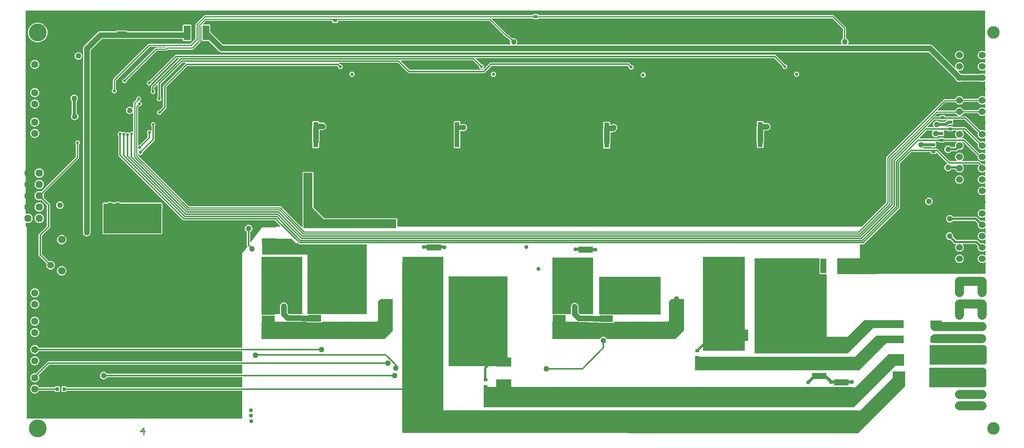
<source format=gbr>
%FSTAX23Y23*%
%MOIN*%
%SFA1B1*%

%IPPOS*%
%AMD67*
4,1,8,-0.031000,0.015500,-0.031000,-0.015500,-0.015500,-0.031000,0.015500,-0.031000,0.031000,-0.015500,0.031000,0.015500,0.015500,0.031000,-0.015500,0.031000,-0.031000,0.015500,0.0*
%
%ADD11R,0.118110X0.060000*%
%ADD13R,0.055118X0.129921*%
%ADD14R,0.129921X0.055118*%
%ADD15R,0.043307X0.102362*%
%ADD19R,0.027559X0.035433*%
%ADD24R,0.035433X0.027559*%
%ADD44R,0.102362X0.043307*%
%ADD45R,0.137795X0.078740*%
%ADD48R,0.098425X0.059055*%
%ADD53C,0.078740*%
%ADD54C,0.050000*%
%ADD55C,0.011811*%
%ADD56C,0.019685*%
%ADD58C,0.025000*%
%ADD59C,0.010000*%
%ADD61C,0.020000*%
%ADD62C,0.010000*%
%ADD63C,0.157480*%
%ADD64C,0.060000*%
%ADD65C,0.110236*%
%ADD66C,0.060000*%
G04~CAMADD=67~4~0.0~0.0~620.0~620.0~0.0~155.0~0~0.0~0.0~0.0~0.0~0~0.0~0.0~0.0~0.0~0~0.0~0.0~0.0~90.0~620.0~620.0*
%ADD67D67*%
%ADD68C,0.062992*%
%ADD69C,0.066929*%
%ADD70C,0.035433*%
%ADD71C,0.050000*%
%ADD72C,0.030000*%
%ADD73C,0.026457*%
%ADD74C,0.025000*%
%ADD75C,0.027559*%
%ADD76C,0.037401*%
%ADD77C,0.039370*%
%ADD78R,0.061024X0.129921*%
%ADD79R,0.085827X0.059842*%
%LNlv1_copper_signal_bot-1*%
%LPD*%
G36*
X09125Y0324D02*
X09122Y03239D01*
X09116Y03231*
X09113Y03222*
X09111Y03212*
X09113Y03202*
X09116Y03193*
X09122Y03185*
X0913Y03179*
X09131Y03179*
X0913Y03174*
X09015*
Y03174*
X09015Y03177*
X09013Y03179*
X0901Y03181*
X09007Y03182*
X08972*
X08969Y03181*
X08966Y03179*
X08964Y03177*
X08964Y03174*
Y03174*
X08794*
X08792Y03178*
X0886Y03245*
X08913*
X08915Y0324*
X08911Y03236*
X08908Y03228*
X08907Y03219*
X08908Y0321*
X08911Y03202*
X08917Y03196*
X08923Y0319*
X08931Y03187*
X0894Y03186*
X08949Y03187*
X08957Y0319*
X08963Y03196*
X08965Y03198*
X08968*
X08969Y03198*
X08972Y03197*
X09007*
X0901Y03198*
X09013Y032*
X09015Y03202*
X09015Y03205*
Y03233*
X09015Y03236*
X09013Y03238*
X0901Y0324*
X09009Y0324*
X0901Y03245*
X09044*
X09044Y03243*
X09046Y03241*
X09049Y03239*
X09052Y03238*
X09087*
X0909Y03239*
X09093Y03241*
X09095Y03243*
X09095Y03245*
X09123*
X09125Y0324*
G37*
G36*
X09316Y03393D02*
X09322Y03385D01*
X0933Y03379*
X0934Y03375*
X0935Y03374*
X09359Y03375*
X09369Y03379*
X09371Y03381*
X09376Y03379*
Y03245*
X09371Y03243*
X09369Y03245*
X09359Y03249*
X0935Y0325*
X0934Y03249*
X09333Y03246*
X09213Y03365*
X09209Y03368*
X09204Y0337*
X09158*
X09157Y03375*
X09159Y03375*
X09169Y03379*
X09177Y03385*
X09183Y03393*
X09185Y03399*
X09314*
X09316Y03393*
G37*
G36*
X03913Y01622D02*
X03389Y01622D01*
X0339Y0224*
X03913*
Y01622*
G37*
G36*
X06511Y01953D02*
Y01618D01*
X05967Y01618*
Y01953*
X06511*
G37*
G36*
X09036Y03341D02*
X09035Y03334D01*
X09034Y03334*
X09021Y03321*
X0902Y03321*
X09017Y03322*
X08982*
X08979Y03321*
X08978Y03321*
X08975*
X08973Y03323*
X08967Y03329*
X08959Y03332*
X0895Y03333*
X08941Y03332*
X08933Y03329*
X08927Y03323*
X08921Y03317*
X08918Y03309*
X08917Y033*
X08918Y03291*
X08921Y03283*
X08925Y03279*
X08923Y03274*
X08866*
X08865Y03278*
X08928Y03341*
X08975*
X08976Y0334*
X08979Y03338*
X08982Y03337*
X09017*
X0902Y03338*
X09023Y0334*
X09024Y03341*
X09035*
X09036Y03341*
G37*
G36*
X09116Y03393D02*
X09122Y03385D01*
X0913Y03379*
X0914Y03375*
X09142Y03375*
X09141Y0337*
X09025*
Y03373*
X09025Y03376*
X09023Y03378*
X0902Y0338*
X09017Y03381*
X08982*
X08979Y0338*
X08976Y03378*
X08974Y03376*
X08974Y03373*
Y0337*
X08935*
X08933Y03374*
X08955Y03396*
X09115*
X09116Y03393*
G37*
G36*
X04145Y01476D02*
X0407Y01401D01*
X02984*
Y01555*
X03251*
X03386Y01554*
X03386Y01553*
X03388Y0155*
X0339Y01549*
X03393Y01548*
X03511*
X03514Y01549*
X03517Y0155*
X03519Y01553*
X03519Y01555*
X04003*
X04014Y01565*
X04014Y01735*
X04035Y01755*
X04145*
Y01476*
G37*
G36*
X06716Y01478D02*
X06641Y01403D01*
X06033*
X06032Y01406*
X06027Y01413*
X0602Y01418*
X06012Y01421*
X06003Y01422*
X05995Y01421*
X05987Y01418*
X0598Y01413*
X05975Y01406*
X05974Y01403*
X05555*
Y01557*
X05772*
X05774Y01556*
X05778Y01554*
X05778Y01554*
X05778Y01554*
X05782Y01554*
X05786Y01553*
X05964Y0155*
X05965Y01549*
X05966Y01547*
X05969Y01545*
X05972Y01544*
X0609*
X06093Y01545*
X06096Y01547*
X06097Y01549*
X06098Y01552*
Y01557*
X06574*
X06585Y01567*
Y01737*
X06606Y01757*
X06716*
Y01478*
G37*
G36*
X08894Y03046D02*
X08894Y03043D01*
X08896Y03041*
X08899Y03039*
X08902Y03038*
X08937*
X0894Y03039*
X08943Y03041*
X08945Y03043*
X08945Y03046*
Y03047*
X0895Y03049*
X09043Y02956*
X09041Y02952*
X09041Y02952*
X09033Y02948*
X09026Y02943*
X09021Y02936*
X09017Y02928*
X09016Y0292*
X09017Y02911*
X09021Y02903*
X09026Y02896*
X09033Y02891*
X09041Y02887*
X0905Y02886*
X09058Y02887*
X09066Y02891*
X09073Y02896*
X09077Y02901*
X09113*
X09116Y02893*
X09122Y02885*
X0913Y02879*
X0914Y02875*
X0915Y02874*
X09159Y02875*
X09169Y02879*
X09177Y02885*
X09183Y02893*
X09186Y02902*
X09188Y02912*
X09186Y02922*
X09183Y02931*
X09177Y02939*
X09174Y0294*
X09176Y02945*
X09314*
X09322Y02938*
X09316Y02931*
X09313Y02922*
X09311Y02912*
X09313Y02902*
X09316Y02893*
X09322Y02885*
X0933Y02879*
X0934Y02875*
X0935Y02874*
X09359Y02875*
X09369Y02879*
X09371Y02881*
X09376Y02879*
Y02845*
X09371Y02843*
X09369Y02845*
X09359Y02849*
X0935Y0285*
X0934Y02849*
X0933Y02845*
X09322Y02839*
X09316Y02831*
X09313Y02822*
X09311Y02812*
X09313Y02802*
X09316Y02793*
X09322Y02785*
X0933Y02779*
X0934Y02775*
X0935Y02774*
X09359Y02775*
X09369Y02779*
X09371Y02781*
X09376Y02779*
Y02745*
X09371Y02743*
X09369Y02745*
X09359Y02749*
X0935Y0275*
X0934Y02749*
X0933Y02745*
X09322Y02739*
X09316Y02731*
X09313Y02722*
X09311Y02712*
X09313Y02702*
X09316Y02693*
X09322Y02685*
X0933Y02679*
X0934Y02675*
X0935Y02674*
X09359Y02675*
X09369Y02679*
X09371Y02681*
X09376Y02679*
Y02545*
X09371Y02543*
X09369Y02545*
X09359Y02549*
X0935Y0255*
X0934Y02549*
X0933Y02545*
X09322Y02539*
X09316Y02531*
X09313Y02522*
X09311Y02512*
X09313Y02502*
X09316Y02493*
X09322Y02485*
X0933Y02479*
X0934Y02475*
X0935Y02474*
X09359Y02475*
X09369Y02479*
X09371Y02481*
X09376Y02479*
Y02445*
X09371Y02443*
X09369Y02445*
X09359Y02449*
X0935Y0245*
X0934Y02449*
X09337Y02448*
X09308Y02477*
X09302Y02481*
X09295Y02482*
X09295Y02482*
X09093*
X09088Y02488*
X09082Y02494*
X09074Y02497*
X09065Y02498*
X09056Y02497*
X09048Y02494*
X09042Y02488*
X09036Y02482*
X09033Y02474*
X09032Y02465*
X09033Y02456*
X09036Y02448*
X09042Y02442*
X09048Y02436*
X09056Y02433*
X09065Y02432*
X09074Y02433*
X09082Y02436*
X09088Y02442*
X09092Y02446*
X09288*
X09312Y02421*
X09311Y02412*
X09313Y02402*
X09314Y02399*
X09316Y02393*
X09322Y02385*
X0933Y02379*
X0934Y02375*
X0935Y02374*
X09359Y02375*
X09369Y02379*
X09375Y02383*
X0938Y02381*
Y02343*
X09375Y0234*
X09369Y02345*
X09359Y02349*
X0935Y0235*
X0934Y02349*
X0933Y02345*
X09322Y02339*
X09316Y02331*
X09313Y02322*
X09311Y02312*
X09313Y02302*
X09316Y02293*
X09322Y02285*
X0933Y02279*
X0934Y02275*
X0935Y02274*
X09359Y02275*
X09369Y02279*
X09375Y02283*
X0938Y02281*
Y02243*
X09375Y0224*
X09369Y02245*
X09359Y02249*
X0935Y0225*
X0934Y02249*
X09337Y02248*
X09312Y02272*
X09306Y02276*
X093Y02278*
X09299*
X0917*
X09169Y02278*
Y02278*
X09122*
X09094Y02305*
X09095Y02312*
X09094Y02321*
X09091Y02329*
X09085Y02335*
X09079Y02341*
X09071Y02344*
X09062Y02345*
X09053Y02344*
X09045Y02341*
X09039Y02335*
X09033Y02329*
X0903Y02321*
X09029Y02312*
X0903Y02303*
X09033Y02295*
X09039Y02289*
X09045Y02283*
X09053Y0228*
X09062Y02279*
X09069Y0228*
X09102Y02247*
X09107Y02243*
X09114Y02241*
X09118*
X09121Y02236*
X09116Y02231*
X09113Y02222*
X09111Y02212*
X09113Y02202*
X09116Y02193*
X09122Y02185*
X0913Y02179*
X0914Y02175*
X0915Y02174*
X09159Y02175*
X09169Y02179*
X09177Y02185*
X09183Y02193*
X09186Y02202*
X09188Y02212*
X09186Y02222*
X09183Y02231*
X09178Y02236*
X09181Y02241*
X09292*
X09312Y02221*
X09311Y02212*
X09313Y02202*
X09316Y02193*
X09322Y02185*
X0933Y02179*
X0934Y02175*
X0935Y02174*
X09359Y02175*
X09369Y02179*
X09375Y02183*
X0938Y02181*
Y02143*
X09375Y0214*
X09369Y02145*
X09359Y02149*
X0935Y0215*
X0934Y02149*
X0933Y02145*
X09322Y02139*
X09316Y02131*
X09313Y02122*
X09311Y02112*
X09313Y02102*
X09316Y02093*
X09322Y02085*
X0933Y02079*
X0934Y02075*
X0935Y02074*
X09359Y02075*
X09369Y02079*
X09375Y02083*
X0938Y02081*
Y0198*
X08419*
Y01977*
X0807*
Y02117*
X0827*
Y0224*
X08301*
X08306Y02241*
X08311Y02244*
X08466Y02399*
X08621Y02554*
X08624Y02559*
X08625Y02564*
Y02956*
X08725Y03055*
X08894*
Y03046*
G37*
G36*
X09314Y03125D02*
X09313Y03122D01*
X09311Y03112*
X09313Y03102*
X09316Y03093*
X09322Y03085*
X0933Y03079*
X0934Y03075*
X0935Y03074*
X09359Y03075*
X09369Y03079*
X09371Y03081*
X09376Y03079*
Y03045*
X09371Y03043*
X09369Y03045*
X09359Y03049*
X0935Y0305*
X0934Y03049*
X0933Y03045*
X09327Y03042*
X09199Y03169*
X09195Y03172*
X09189Y03174*
X09169*
X09168Y03179*
X09169Y03179*
X09177Y03185*
X09183Y03193*
X09186Y03202*
X09188Y03212*
X09186Y03222*
X09183Y03231*
X09177Y03239*
X09174Y0324*
X09176Y03245*
X09194*
X09314Y03125*
G37*
G36*
X03435Y02562D02*
X03445Y02552D01*
X03515Y02482*
X03535Y02462*
X04175*
Y02382*
X03355*
Y02872*
X03435*
Y02562*
G37*
G36*
X0329Y0225D02*
X03304D01*
X0331Y02244*
X03314Y02241*
X0332Y0224*
X0339*
Y0215*
X0299*
Y0229*
X0325*
X0329Y0225*
G37*
G36*
X09312Y03017D02*
X09311Y03012D01*
X09313Y03002*
X09316Y02993*
X09322Y02985*
X0933Y02979*
X0934Y02975*
X0935Y02974*
X09359Y02975*
X09369Y02979*
X09371Y02981*
X09376Y02979*
Y02945*
X09371Y02943*
X09369Y02945*
X09359Y02949*
X0935Y0295*
X09349Y0295*
X09329Y02969*
X09325Y02972*
X0932Y02974*
X09169*
X09168Y02979*
X09169Y02979*
X09177Y02985*
X09183Y02993*
X09186Y03002*
X09188Y03012*
X09186Y03022*
X09183Y03031*
X09177Y03039*
X09169Y03045*
X09159Y03049*
X0915Y0305*
X0914Y03049*
X0913Y03045*
X09122Y03039*
X09116Y03031*
X09113Y03022*
X09111Y03012*
X09113Y03002*
X09116Y02993*
X09122Y02985*
X0913Y02979*
X09131Y02979*
X0913Y02974*
X09065*
X08959Y03079*
X08955Y03082*
X0895Y03084*
X08823*
X08822Y03089*
X08827Y0309*
X08833Y03096*
X08835Y03098*
X08898*
X08899Y03098*
X08902Y03097*
X08937*
X0894Y03098*
X08943Y031*
X08945Y03102*
X08945Y03105*
Y03133*
X08945Y03136*
X08943Y03138*
X0894Y0314*
X08939Y0314*
X0894Y03145*
X08964*
X08964Y03143*
X08966Y03141*
X08969Y03139*
X08972Y03138*
X09007*
X0901Y03139*
X09013Y03141*
X09015Y03143*
X09015Y03145*
X09123*
X09125Y0314*
X09122Y03139*
X09116Y03131*
X09113Y03122*
X09111Y03112*
X09113Y03102*
X09112Y03101*
X09109Y03098*
X09077*
X09073Y03103*
X09066Y03108*
X09058Y03112*
X0905Y03113*
X09041Y03112*
X09033Y03108*
X09026Y03103*
X09021Y03096*
X09017Y03088*
X09016Y0308*
X09017Y03071*
X09021Y03063*
X09026Y03056*
X09033Y03051*
X09041Y03047*
X0905Y03046*
X09058Y03047*
X09066Y03051*
X09073Y03056*
X09077Y03061*
X09119*
X09126Y03063*
X09132Y03067*
X0914Y03075*
X0915Y03074*
X09159Y03075*
X09169Y03079*
X09177Y03085*
X09183Y03093*
X09186Y03102*
X09188Y03112*
X09186Y03122*
X09183Y03131*
X09177Y03139*
X09174Y0314*
X09176Y03145*
X09184*
X09312Y03017*
G37*
G36*
X09314Y03225D02*
X09313Y03222D01*
X09311Y03212*
X09313Y03202*
X09316Y03193*
X09322Y03185*
X0933Y03179*
X0934Y03175*
X0935Y03174*
X09359Y03175*
X09369Y03179*
X09371Y03181*
X09376Y03179*
Y03145*
X09371Y03143*
X09369Y03145*
X09359Y03149*
X0935Y0315*
X0934Y03149*
X09333Y03146*
X09209Y03269*
X09205Y03272*
X09199Y03274*
X09095*
Y03274*
X09095Y03277*
X09093Y03279*
X0909Y03281*
X09087Y03282*
X09052*
X09049Y03281*
X09046Y03279*
X09044Y03277*
X09044Y03274*
Y03274*
X09026*
X09024Y03279*
X09024Y03279*
X0903*
X09037Y0328*
X09044Y03285*
X09057Y03297*
X09087*
X0909Y03298*
X09093Y033*
X09095Y03302*
X09095Y03305*
Y03333*
X09095Y03336*
X09094Y03336*
X09097Y03341*
X09198*
X09314Y03225*
G37*
G36*
X05915Y01622D02*
X05798D01*
X05785Y01635*
Y01688*
X05783Y01697*
X0578Y01705*
X05775Y01712*
X05768Y01717*
X0576Y01721*
X05751Y01722*
X05743Y01721*
X05735Y01717*
X05728Y01712*
X05723Y01705*
X05719Y01697*
X05718Y01688*
Y01622*
X05555*
Y02122*
X05915*
Y01622*
G37*
G36*
X03345D02*
X03227D01*
X03214Y01635*
Y01692*
X03213Y01701*
X03209Y01709*
X03204Y01716*
X03197Y01721*
X03189Y01724*
X03181Y01726*
X03172Y01724*
X03164Y01721*
X03157Y01716*
X03152Y01709*
X03149Y01701*
X03147Y01692*
Y01622*
X02985*
Y0213*
X03345*
X03345Y01622*
G37*
G36*
X09369Y0115D02*
X09388Y01131D01*
Y00991*
X09373Y00975*
X08887Y00975*
X08883Y00978*
Y0115*
X09369*
G37*
G36*
X0866Y01266D02*
Y01165D01*
X08582*
X08216Y00799*
X08157*
Y008*
X04946Y008*
Y00978*
X08201*
Y00977*
X08233*
X08525Y0127*
X08656*
X0866Y01266*
G37*
G36*
X05157Y01956D02*
X05157Y01163D01*
X04638*
X04638Y01956*
X05157*
G37*
G36*
X09376Y03945D02*
X09371Y03943D01*
X09369Y03945*
X09359Y03949*
X0935Y0395*
X0934Y03949*
X0933Y03945*
X09322Y03939*
X09316Y03931*
X09313Y03922*
X09311Y03912*
X09313Y03902*
X09316Y03893*
X09322Y03885*
X0933Y03879*
X0934Y03875*
X0935Y03874*
X09359Y03875*
X09369Y03879*
X09371Y03881*
X09376Y03879*
Y03845*
X09371Y03843*
X09369Y03845*
X09359Y03849*
X0935Y0385*
X0934Y03849*
X0933Y03845*
X09322Y03839*
X09316Y03831*
X09313Y03822*
X09311Y03812*
X09313Y03802*
X09316Y03793*
X09322Y03785*
X0933Y03779*
X0934Y03775*
X0935Y03774*
X09359Y03775*
X09369Y03779*
X09371Y03781*
X09376Y03779*
Y03745*
X09371Y03743*
X09369Y03745*
X09359Y03749*
X0935Y0375*
X0934Y03749*
X09331Y03745*
X09168*
X0916Y03749*
X09138Y0377*
X09139Y03773*
X0914Y03775*
X0915Y03774*
X09159Y03775*
X09169Y03779*
X09177Y03785*
X09183Y03793*
X09186Y03802*
X09188Y03812*
X09186Y03822*
X09183Y03831*
X09177Y03839*
X09169Y03845*
X09159Y03849*
X0915Y0385*
X0914Y03849*
X0913Y03845*
X09122Y03839*
X09116Y03831*
X09113Y03822*
X09111Y03812*
X09112Y03803*
X09111Y03801*
X09108Y038*
X08914Y03994*
X08907Y03999*
X08899Y04003*
X08891Y04004*
X08165*
X08163Y04009*
X08165Y04012*
X08169Y0402*
X0817Y04029*
X08169Y04037*
X08165Y04045*
X0816Y04052*
X08153Y04057*
X08148Y04059*
Y04151*
X08147Y04156*
X08144Y0416*
X08044Y0426*
X0804Y04263*
X08035Y04264*
X05431*
Y04266*
X05431Y04269*
X05429Y04271*
X05426Y04273*
X05423Y04274*
X05388*
X05385Y04273*
X05382Y04271*
X0538Y04269*
X0538Y04266*
Y04264*
X02484*
X02479Y04263*
X02475Y0426*
X02403Y04188*
X024Y04184*
X02399Y04179*
Y04056*
X02355Y04012*
X01991*
X01986Y04011*
X01981Y04008*
X01675Y03702*
X01672Y03697*
X01671Y03692*
Y03614*
X01667Y03611*
X01662Y03604*
X0166Y03595*
X01662Y03587*
X01667Y0358*
X01674Y03575*
X01682Y03573*
X01691Y03575*
X01698Y0358*
X01703Y03587*
X01704Y03595*
X01703Y03604*
X01698Y03611*
X01698Y03611*
Y03687*
X01996Y03985*
X02136*
X02138Y03981*
X02136Y03978*
X02055*
X0205Y03977*
X02045Y03974*
X01776Y03704*
X01773Y03705*
X01765Y03703*
X01759Y03699*
X01754Y03692*
X01753Y03684*
X01754Y03676*
X01759Y03669*
X01765Y03665*
X01773Y03663*
X01781Y03665*
X01788Y03669*
X01792Y03676*
X01794Y03684*
X01794Y03685*
X0206Y03951*
X02142*
X02147Y03952*
X02152Y03955*
X02157Y0396*
X02374*
X02379Y03961*
X02383Y03964*
X0244Y04021*
X02443Y04025*
X02444Y04031*
Y04166*
X02449Y04171*
X02454Y04169*
Y04045*
X02454Y04041*
X02456Y04039*
X02459Y04037*
X02462Y04037*
X02518*
X02608Y03947*
X02615Y03942*
X02623Y03938*
X02631Y03937*
X08877*
X09113Y03702*
X09116Y03693*
X09122Y03685*
X0913Y03679*
X0914Y03675*
X0915Y03674*
X09159Y03675*
X09168Y03679*
X09331*
X0934Y03675*
X0935Y03674*
X09359Y03675*
X09369Y03679*
X09371Y03681*
X09376Y03679*
Y03545*
X09371Y03543*
X09369Y03545*
X09359Y03549*
X0935Y0355*
X0934Y03549*
X0933Y03545*
X09322Y03539*
X09316Y03531*
X09314Y03525*
X09185*
X09183Y03531*
X09177Y03539*
X09169Y03545*
X09159Y03549*
X0915Y0355*
X0914Y03549*
X0913Y03545*
X09122Y03539*
X09116Y03531*
X09113Y03523*
X0902*
X09015Y03522*
X0901Y03519*
X08506Y03015*
X08504Y0301*
X08503Y03005*
Y02609*
X08288Y02395*
X04183*
Y02462*
X04182Y02465*
X04181Y02468*
X04178Y02469*
X04175Y0247*
X03538*
X03521Y02488*
X03521Y02488*
X03451Y02558*
X03451Y02558*
X03443Y02565*
Y02872*
X03442Y02875*
X03441Y02878*
X03438Y02879*
X03435Y0288*
X03355*
X03352Y02879*
X03349Y02878*
X03348Y02875*
X03347Y02872*
Y02395*
X03333*
X03236Y02491*
X03236Y02492*
X03233Y02496*
X03159Y02571*
X03154Y02574*
X03149Y02575*
X02342*
X01894Y03023*
Y03034*
X01899Y03035*
X01905Y03031*
X01914Y03029*
X01922Y03031*
X01929Y03036*
X01934Y03043*
X01936Y03051*
X01936Y03053*
X02036Y03154*
X02039Y03158*
X0204Y03164*
Y03283*
X02041Y03284*
X02046Y03291*
X02047Y03299*
X02046Y03307*
X02041Y03313*
X02034Y03318*
X02026Y03319*
X02018Y03318*
X02012Y03313*
X02007Y03307*
X02006Y03299*
X02007Y03291*
X02012Y03284*
X02012Y03284*
Y03244*
X02007Y03243*
X02007Y03243*
X02Y03248*
X01992Y03249*
X01984Y03248*
X01977Y03243*
X01973Y03237*
X01971Y03229*
X01973Y03221*
X01977Y03214*
X01978Y03213*
Y03187*
X01909Y03117*
X01907Y03118*
X01899Y03116*
X01897Y03116*
X01894Y03118*
Y03451*
X01903Y03461*
X01906Y0346*
X01914Y03462*
X01921Y03466*
X01926Y03473*
X01927Y03481*
X01926Y03489*
X01921Y03496*
X01914Y035*
X01908Y03501*
X01908Y03503*
X01908Y03506*
X01914Y0351*
X01918Y03517*
X0192Y03525*
X01918Y03533*
X01914Y0354*
X01907Y03544*
X01899Y03546*
X01891Y03544*
X01884Y0354*
X0188Y03533*
X01878Y03525*
X01879Y03522*
X01853Y03496*
X0185Y03492*
X01849Y03487*
Y03446*
X01844Y03445*
X01843Y03446*
X01836Y03451*
X01828Y03455*
X0182Y03456*
X01811Y03455*
X01803Y03451*
X01796Y03446*
X01791Y03439*
X01788Y03431*
X01786Y03423*
X01788Y03414*
X01791Y03406*
X01796Y03399*
X01803Y03394*
X01811Y03391*
X0182Y0339*
X01828Y03391*
X01836Y03394*
X01843Y03399*
X01844Y03401*
X01849Y03399*
Y03237*
X01846Y03235*
X01844Y03235*
X01837Y03236*
X01829Y03235*
X01822Y0323*
X01819Y03226*
X01816Y03224*
X01813Y03225*
X01809Y03228*
X01801Y03229*
X01793Y03228*
X0179Y03226*
X01783Y03227*
X01783Y03227*
X01776Y03232*
X01768Y03233*
X0176Y03232*
X01755Y03228*
X01749Y03229*
X01749Y03229*
X01742Y03234*
X01734Y03235*
X01726Y03234*
X01719Y03229*
X01715Y03222*
X01713Y03214*
X01715Y03207*
X01719Y032*
X01721Y03199*
Y03028*
X01722Y03022*
X01725Y03018*
X02287Y02455*
X02292Y02452*
X02297Y02451*
X03105*
X03115Y02441*
X03115Y0244*
X03118Y02435*
X03154Y02399*
X03152Y02395*
X02992*
X02888Y02257*
X02884Y02258*
Y0235*
X02886Y02351*
X02893Y02356*
X02898Y02363*
X02902Y02371*
X02903Y0238*
X02902Y02388*
X02899Y02394*
X02899Y02395*
X02899*
X02898Y02396*
X02893Y02403*
X02886Y02408*
X02878Y02412*
X0287Y02413*
X02861Y02412*
X02853Y02408*
X02846Y02403*
X02841Y02396*
X0284Y02395*
X0284*
X0284Y02394*
X02837Y02388*
X02836Y0238*
X02837Y02371*
X02841Y02363*
X02846Y02356*
X02853Y02351*
X02855Y0235*
Y0223*
X02857Y02224*
X0286Y0222*
X0286Y02219*
X02815Y02159*
Y01324*
X01018*
X01015Y01329*
X01009Y01338*
X01001Y01344*
X00991Y01348*
X00981Y01349*
X0097Y01348*
X00961Y01344*
X00953Y01338*
X00946Y01329*
X00942Y0132*
X00941Y0131*
X00942Y01299*
X00946Y0129*
X00953Y01281*
X00961Y01275*
X0097Y01271*
X00981Y0127*
X00991Y01271*
X01001Y01275*
X01009Y01281*
X01015Y0129*
X01018Y01295*
X02815*
Y01204*
X01101*
X01095Y01202*
X01091Y01199*
X00989Y01098*
X00981Y01099*
X0097Y01098*
X00961Y01094*
X00953Y01088*
X00946Y01079*
X00942Y0107*
X00941Y0106*
X00942Y01049*
X00946Y0104*
X00953Y01031*
X00961Y01025*
X0097Y01021*
X00981Y0102*
X00991Y01021*
X01001Y01025*
X01009Y01031*
X01015Y0104*
X01019Y01049*
X0102Y0106*
X01019Y0107*
X01015Y01079*
X01013Y01082*
X01107Y01175*
X02815*
Y01094*
X01619*
X01618Y01096*
X01613Y01103*
X01606Y01108*
X01598Y01112*
X0159Y01113*
X01581Y01112*
X01573Y01108*
X01566Y01103*
X01561Y01096*
X01557Y01088*
X01556Y0108*
X01557Y01071*
X01561Y01063*
X01566Y01056*
X01573Y01051*
X01581Y01047*
X0159Y01046*
X01598Y01047*
X01606Y01051*
X01613Y01056*
X01618Y01063*
X01619Y01065*
X02815*
X02815Y00974*
X01261*
Y00977*
X0126Y0098*
X01258Y00983*
X01256Y00985*
X01253Y00985*
X01225*
X01222Y00985*
X0122Y00983*
X01218Y0098*
X01217Y00977*
Y00942*
X01218Y00939*
X0122Y00936*
X01222Y00934*
X01225Y00934*
X01253*
X01256Y00934*
X01258Y00936*
X0126Y00939*
X01261Y00942*
Y00945*
X02815*
Y007*
X00909*
X0091Y02395*
X0091Y02395*
X009*
Y02426*
X00904Y0243*
X00905Y0243*
X00935*
X00938Y02431*
X00941Y02433*
X00956Y02448*
X00958Y02451*
X00959Y02454*
Y02485*
X00958Y02488*
X00956Y02491*
X00941Y02506*
X00938Y02508*
X00935Y02509*
X00904*
X009Y02513*
X00899Y04305*
X09376*
Y03945*
G37*
G36*
X08121Y04145D02*
Y04058D01*
X0812Y04057*
X08113Y04052*
X08108Y04045*
X08104Y04037*
X08103Y04029*
X08104Y0402*
X08108Y04012*
X0811Y04009*
X08108Y04004*
X0524*
X05238Y04009*
X0524Y04012*
X05244Y0402*
X05245Y04029*
X05244Y04037*
X0524Y04045*
X05235Y04052*
X05228Y04057*
X0522Y04061*
X05212Y04062*
X05203Y04061*
X05199Y04059*
X05172Y04087*
X05168Y0409*
X05163Y04091*
X05158*
X05016Y04233*
X05018Y04237*
X0538*
X0538Y04235*
X05382Y04232*
X05385Y04231*
X05388Y0423*
X05423*
X05426Y04231*
X05429Y04232*
X05431Y04235*
X05431Y04237*
X08029*
X08121Y04145*
G37*
G36*
X05143Y04068D02*
X05147Y04065D01*
X05153Y04064*
X05157*
X05181Y04041*
X05179Y04037*
X05178Y04029*
X05179Y0402*
X05183Y04012*
X05185Y04009*
X05183Y04004*
X02645*
X02531Y04118*
Y04174*
X0253Y04178*
X02528Y0418*
X02526Y04182*
X02523Y04182*
X02467*
X02465Y04187*
X02494Y04216*
X03608*
Y04204*
X03608Y04201*
X0361Y04199*
X03613Y04197*
X03616Y04196*
X03651*
X03654Y04197*
X03657Y04199*
X03659Y04201*
X03659Y04204*
Y04216*
X04995*
X05143Y04068*
G37*
G36*
X04591Y0134D02*
X04589D01*
Y00771*
X08255*
X08258Y00769*
X08271*
X08563Y01061*
X08562Y01062*
Y01116*
X0867*
Y00985*
X08259Y00574*
Y00574*
X08255Y0057*
X04228Y00573*
Y00582*
X04227Y00582*
Y02079*
X04231*
Y0213*
X04591*
X04591Y0134*
G37*
G36*
X08657Y01366D02*
X08505D01*
X08381Y01243*
X08381Y01242*
X08266Y01126*
X06812*
Y01246*
X08228*
X08413Y01431*
X08657*
Y01366*
G37*
G36*
X07911Y02116D02*
X07912Y02115D01*
Y01985*
X07913Y01982*
X07914Y01979*
X07917Y01978*
X0792Y01977*
X07971*
X07976Y01972*
X07976Y01421*
X08159*
X08307Y0157*
X08657*
Y01498*
X08387*
X08285Y01396*
X08167Y01277*
X07669*
Y01277*
X0734*
Y02116*
X07911*
G37*
G36*
X09316Y03493D02*
X09322Y03485D01*
X0933Y03479*
X0934Y03475*
X0935Y03474*
X09359Y03475*
X09369Y03479*
X09371Y03481*
X09376Y03479*
Y03445*
X09371Y03443*
X09369Y03445*
X09359Y03449*
X0935Y0345*
X0934Y03449*
X0933Y03445*
X09322Y03439*
X09316Y03431*
X09314Y03425*
X09185*
X09183Y03431*
X09177Y03439*
X09169Y03445*
X09159Y03449*
X0915Y0345*
X0914Y03449*
X0913Y03445*
X09122Y03439*
X09116Y03431*
X09113Y03423*
X08958*
X08956Y03427*
X09025Y03496*
X09115*
X09116Y03493*
X09122Y03485*
X0913Y03479*
X0914Y03475*
X0915Y03474*
X09159Y03475*
X09169Y03479*
X09177Y03485*
X09183Y03493*
X09185Y03499*
X09314*
X09316Y03493*
G37*
G36*
X09391Y0133D02*
Y0119D01*
X09375Y01175*
X08892Y01174*
X08888Y01178*
Y01349*
X09372*
X09391Y0133*
G37*
G36*
X07252Y02128D02*
Y013D01*
X06882*
X06882Y02128*
X07252Y02128*
G37*
%LNlv1_copper_signal_bot-2*%
%LPC*%
G36*
X0915Y0215D02*
X0914Y02149D01*
X0913Y02145*
X09122Y02139*
X09116Y02131*
X09113Y02122*
X09111Y02112*
X09113Y02102*
X09116Y02093*
X09122Y02085*
X0913Y02079*
X0914Y02075*
X0915Y02074*
X09159Y02075*
X09169Y02079*
X09177Y02085*
X09183Y02093*
X09186Y02102*
X09188Y02112*
X09186Y02122*
X09183Y02131*
X09177Y02139*
X09169Y02145*
X09159Y02149*
X0915Y0215*
G37*
G36*
Y0285D02*
X0914Y02849D01*
X0913Y02845*
X09122Y02839*
X09116Y02831*
X09113Y02822*
X09111Y02812*
X09113Y02802*
X09116Y02793*
X09122Y02785*
X0913Y02779*
X0914Y02775*
X0915Y02774*
X09159Y02775*
X09169Y02779*
X09177Y02785*
X09183Y02793*
X09186Y02802*
X09188Y02812*
X09186Y02822*
X09183Y02831*
X09177Y02839*
X09169Y02845*
X09159Y02849*
X0915Y0285*
G37*
G36*
X0888Y02653D02*
X08871Y02652D01*
X08863Y02648*
X08856Y02643*
X08851Y02636*
X08847Y02628*
X08846Y0262*
X08847Y02611*
X08851Y02603*
X08856Y02596*
X08863Y02591*
X08871Y02587*
X0888Y02586*
X08888Y02587*
X08896Y02591*
X08903Y02596*
X08908Y02603*
X08912Y02611*
X08913Y0262*
X08912Y02628*
X08908Y02636*
X08903Y02643*
X08896Y02648*
X08888Y02652*
X0888Y02653*
G37*
G36*
X00981Y01249D02*
X0097Y01248D01*
X00961Y01244*
X00953Y01238*
X00946Y01229*
X00942Y0122*
X00941Y0121*
X00942Y01199*
X00946Y0119*
X00953Y01181*
X00961Y01175*
X0097Y01171*
X00981Y0117*
X00991Y01171*
X01001Y01175*
X01009Y01181*
X01015Y0119*
X01019Y01199*
X0102Y0121*
X01019Y0122*
X01015Y01229*
X01009Y01238*
X01001Y01244*
X00991Y01248*
X00981Y01249*
G37*
G36*
X01646Y02618D02*
X01637Y02617D01*
X01629Y02613*
X01622Y02608*
X01622Y02608*
X0159*
X01586Y02607*
X01584Y02605*
X01581Y02602*
X01579Y026*
X01579Y02597*
Y024*
Y02337*
X01579Y02334*
X01581Y02331*
X01584Y02329*
X01587Y02329*
X01685*
X021*
X02103Y02329*
X02105Y02331*
X02107Y02334*
X02108Y02337*
Y024*
Y02546*
X02108Y02547*
X02111Y02555*
X02113Y02563*
X02111Y02572*
X02108Y0258*
X02108Y02581*
Y026*
X02107Y02603*
X02105Y02605*
X02103Y02607*
X021Y02608*
X01738*
X01738Y02608*
X01731Y02613*
X01723Y02616*
X01714Y02617*
X01705Y02616*
X01697Y02613*
X01691Y02608*
X01691Y02608*
X01669*
X01669Y02608*
X01662Y02613*
X01654Y02617*
X01646Y02618*
G37*
G36*
X00981Y01599D02*
X0097Y01598D01*
X00961Y01594*
X00953Y01588*
X00946Y01579*
X00942Y0157*
X00941Y0156*
X00942Y01549*
X00946Y0154*
X00953Y01531*
X00961Y01525*
X0097Y01521*
X00981Y0152*
X00991Y01521*
X01001Y01525*
X01009Y01531*
X01015Y0154*
X01019Y01549*
X0102Y0156*
X01019Y0157*
X01015Y01579*
X01009Y01588*
X01001Y01594*
X00991Y01598*
X00981Y01599*
G37*
G36*
X01219Y02322D02*
X01208Y02321D01*
X01198Y02317*
X01189Y0231*
X01182Y02301*
X01178Y02291*
X01177Y02281*
X01178Y0227*
X01182Y0226*
X01189Y02251*
X01198Y02245*
X01208Y0224*
X01219Y02239*
X01229Y0224*
X01239Y02245*
X01248Y02251*
X01255Y0226*
X01259Y0227*
X0126Y02281*
X01259Y02291*
X01255Y02301*
X01248Y0231*
X01239Y02317*
X01229Y02321*
X01219Y02322*
G37*
G36*
X00981Y01749D02*
X0097Y01748D01*
X00961Y01744*
X00953Y01738*
X00946Y01729*
X00942Y0172*
X00941Y0171*
X00942Y01699*
X00946Y0169*
X00953Y01681*
X00961Y01675*
X0097Y01671*
X00981Y0167*
X00991Y01671*
X01001Y01675*
X01009Y01681*
X01015Y0169*
X01019Y01699*
X0102Y0171*
X01019Y0172*
X01015Y01729*
X01009Y01738*
X01001Y01744*
X00991Y01748*
X00981Y01749*
G37*
G36*
Y01499D02*
X0097Y01498D01*
X00961Y01494*
X00953Y01488*
X00946Y01479*
X00942Y0147*
X00941Y0146*
X00942Y01449*
X00946Y0144*
X00953Y01431*
X00961Y01425*
X0097Y01421*
X00981Y0142*
X00991Y01421*
X01001Y01425*
X01009Y01431*
X01015Y0144*
X01019Y01449*
X0102Y0146*
X01019Y0147*
X01015Y01479*
X01009Y01488*
X01001Y01494*
X00991Y01498*
X00981Y01499*
G37*
G36*
Y00999D02*
X0097Y00998D01*
X00961Y00994*
X00953Y00988*
X00946Y00979*
X00942Y0097*
X00941Y0096*
X00942Y00949*
X00946Y0094*
X00953Y00931*
X00961Y00925*
X0097Y00921*
X00981Y0092*
X00991Y00921*
X01001Y00925*
X01009Y00931*
X01015Y0094*
X01018Y00945*
X01158*
Y00942*
X01159Y00939*
X01161Y00936*
X01163Y00934*
X01166Y00934*
X01194*
X01197Y00934*
X01199Y00936*
X01201Y00939*
X01202Y00942*
Y00977*
X01201Y0098*
X01199Y00983*
X01197Y00985*
X01194Y00985*
X01166*
X01163Y00985*
X01161Y00983*
X01159Y0098*
X01158Y00977*
Y00974*
X01018*
X01015Y00979*
X01009Y00988*
X01001Y00994*
X00991Y00998*
X00981Y00999*
G37*
G36*
X01219Y02046D02*
X01208Y02045D01*
X01198Y02041*
X01189Y02034*
X01182Y02026*
X01178Y02015*
X01177Y02005*
X01178Y01994*
X01182Y01984*
X01189Y01975*
X01198Y01969*
X01208Y01964*
X01219Y01963*
X01229Y01964*
X01239Y01969*
X01248Y01975*
X01255Y01984*
X01259Y01994*
X0126Y02005*
X01259Y02015*
X01255Y02026*
X01248Y02034*
X01239Y02041*
X01229Y02045*
X01219Y02046*
G37*
G36*
X00981Y01849D02*
X0097Y01848D01*
X00961Y01844*
X00953Y01838*
X00946Y01829*
X00942Y0182*
X00941Y0181*
X00942Y01799*
X00946Y0179*
X00953Y01781*
X00961Y01775*
X0097Y01771*
X00981Y0177*
X00991Y01771*
X01001Y01775*
X01009Y01781*
X01015Y0179*
X01019Y01799*
X0102Y0181*
X01019Y0182*
X01015Y01829*
X01009Y01838*
X01001Y01844*
X00991Y01848*
X00981Y01849*
G37*
G36*
X01035Y02509D02*
X01004D01*
X01001Y02508*
X00998Y02506*
X00983Y02491*
X00981Y02488*
X0098Y02485*
Y02454*
X00981Y02451*
X00983Y02448*
X00998Y02433*
X01001Y02431*
X01004Y0243*
X01035*
X01038Y02431*
X01041Y02433*
X01056Y02448*
X01058Y02451*
X01059Y02454*
Y02485*
X01058Y02488*
X01056Y02491*
X01041Y02506*
X01038Y02508*
X01035Y02509*
G37*
G36*
X06355Y0376D02*
X06346Y03758D01*
X06339Y03753*
X06334Y03746*
X06332Y03737*
X06334Y03728*
X06339Y0372*
X06346Y03715*
X06355Y03713*
X06364Y03715*
X06372Y0372*
X06377Y03728*
X06378Y03737*
X06377Y03746*
X06372Y03753*
X06364Y03758*
X06355Y0376*
G37*
G36*
X05032Y03765D02*
X05023Y03763D01*
X05016Y03758*
X05011Y03751*
X05009Y03742*
X05011Y03733*
X05016Y03725*
X05023Y0372*
X05032Y03718*
X05041Y0372*
X05049Y03725*
X05054Y03733*
X05056Y03742*
X05054Y03751*
X05049Y03758*
X05041Y03763*
X05032Y03765*
G37*
G36*
X03784Y03766D02*
X03775Y03764D01*
X03767Y03759*
X03762Y03751*
X0376Y03743*
X03762Y03734*
X03767Y03726*
X03775Y03721*
X03784Y03719*
X03792Y03721*
X038Y03726*
X03805Y03734*
X03807Y03743*
X03805Y03751*
X038Y03759*
X03792Y03764*
X03784Y03766*
G37*
G36*
X01329Y03563D02*
X0132Y03562D01*
X01312Y03559*
X01306Y03553*
X013Y03547*
X01297Y03539*
X01296Y0353*
X01297Y03521*
X013Y03513*
X01306Y03507*
X01308Y03505*
Y0339*
X01305Y03387*
X01302Y03379*
X01301Y0337*
X01302Y03361*
X01305Y03353*
X01311Y03347*
X01317Y03341*
X01325Y03338*
X01334Y03337*
X01343Y03338*
X01351Y03341*
X01357Y03347*
X01363Y03353*
X01366Y03361*
X01367Y0337*
X01366Y03379*
X01363Y03387*
X01357Y03393*
X01351Y03399*
X0135Y03399*
Y03505*
X01352Y03507*
X01358Y03513*
X01361Y03521*
X01362Y0353*
X01361Y03539*
X01358Y03547*
X01352Y03553*
X01346Y03559*
X01338Y03562*
X01329Y03563*
G37*
G36*
X00981Y03519D02*
X0097Y03518D01*
X00961Y03514*
X00953Y03508*
X00946Y03499*
X00942Y0349*
X00941Y0348*
X00942Y03469*
X00946Y0346*
X00953Y03451*
X00961Y03445*
X0097Y03441*
X00981Y0344*
X00991Y03441*
X01001Y03445*
X01009Y03451*
X01015Y0346*
X01019Y03469*
X0102Y0348*
X01019Y0349*
X01015Y03499*
X01009Y03508*
X01001Y03514*
X00991Y03518*
X00981Y03519*
G37*
G36*
Y03619D02*
X0097Y03618D01*
X00961Y03614*
X00953Y03608*
X00946Y03599*
X00942Y0359*
X00941Y0358*
X00942Y03569*
X00946Y0356*
X00953Y03551*
X00961Y03545*
X0097Y03541*
X00981Y0354*
X00991Y03541*
X01001Y03545*
X01009Y03551*
X01015Y0356*
X01019Y03569*
X0102Y0358*
X01019Y0359*
X01015Y03599*
X01009Y03608*
X01001Y03614*
X00991Y03618*
X00981Y03619*
G37*
G36*
X07711Y03767D02*
X07702Y03765D01*
X07695Y0376*
X0769Y03752*
X07688Y03743*
X0769Y03734*
X07695Y03727*
X07702Y03722*
X07711Y0372*
X0772Y03722*
X07728Y03727*
X07733Y03734*
X07734Y03743*
X07733Y03752*
X07728Y0376*
X0772Y03765*
X07711Y03767*
G37*
G36*
X0915Y0395D02*
X0914Y03949D01*
X0913Y03945*
X09122Y03939*
X09116Y03931*
X09113Y03922*
X09111Y03912*
X09113Y03902*
X09116Y03893*
X09122Y03885*
X0913Y03879*
X0914Y03875*
X0915Y03874*
X09159Y03875*
X09169Y03879*
X09177Y03885*
X09183Y03893*
X09186Y03902*
X09188Y03912*
X09186Y03922*
X09183Y03931*
X09177Y03939*
X09169Y03945*
X09159Y03949*
X0915Y0395*
G37*
G36*
X01006Y04199D02*
X00989Y04197D01*
X00973Y04192*
X00958Y04184*
X00945Y04173*
X00934Y0416*
X00926Y04145*
X00921Y04128*
X00919Y04111*
X00921Y04094*
X00926Y04078*
X00934Y04063*
X00945Y0405*
X00958Y04039*
X00973Y04031*
X00989Y04026*
X01006Y04024*
X01023Y04026*
X01039Y04031*
X01055Y04039*
X01068Y0405*
X01079Y04063*
X01087Y04078*
X01092Y04094*
X01093Y04111*
X01092Y04128*
X01087Y04145*
X01079Y0416*
X01068Y04173*
X01055Y04184*
X01039Y04192*
X01023Y04197*
X01006Y04199*
G37*
G36*
X02357Y04182D02*
X02296D01*
X02293Y04182*
X02291Y0418*
X02289Y04178*
X02288Y04174*
Y04123*
X018*
X018Y04125*
X01798Y04128*
X01795Y04129*
X01792Y0413*
X01707*
X01704Y04129*
X01701Y04128*
X01699Y04125*
X01699Y04123*
X0156*
X01551Y04122*
X01543Y04118*
X01536Y04113*
X01417Y03994*
X01412Y03987*
X01408Y03979*
X01407Y0397*
Y024*
Y02346*
X01407Y02346*
X01407Y02343*
X01408Y02334*
X01411Y02326*
X01417Y02319*
X01423Y02314*
X01431Y02311*
X0144Y0231*
X01449Y02311*
X01457Y02314*
X01463Y02319*
X01469Y02326*
X01472Y02334*
X01473Y02343*
X01473Y02343*
X01474Y02346*
Y02395*
Y03957*
X01573Y04056*
X01701*
X01704Y04055*
X01707Y04054*
X01792*
X01795Y04055*
X01798Y04056*
X02288*
Y04045*
X02289Y04041*
X02291Y04039*
X02293Y04037*
X02296Y04037*
X02357*
X0236Y04037*
X02363Y04039*
X02365Y04041*
X02365Y04045*
Y04174*
X02365Y04178*
X02363Y0418*
X0236Y04182*
X02357Y04182*
G37*
G36*
X0752Y03914D02*
X02228D01*
X02222Y03912*
X02218Y03909*
X01993Y03684*
X01991Y03684*
X01983Y03683*
X01976Y03678*
X01972Y03672*
X0197Y03664*
X01972Y03656*
X01976Y03649*
X01983Y03644*
X01991Y03643*
X01999Y03644*
X02006Y03649*
X0201Y03656*
X02012Y03664*
X02234Y03885*
X02252*
X02254Y03881*
X02014Y03641*
X02011Y03637*
X0201Y03631*
Y03603*
X0201Y03603*
X02006Y03596*
X02004Y03588*
X02006Y0358*
X0201Y03573*
X02017Y03569*
X02025Y03567*
X02033Y03569*
X0204Y03573*
X02044Y0358*
X02046Y03588*
X02044Y03596*
X0204Y03603*
X02038Y03603*
Y03625*
X02063Y0365*
X02067Y03648*
Y0354*
X02066Y03539*
X02061Y03532*
X0206Y03524*
X02061Y03516*
X02066Y03509*
X02072Y03505*
X0208Y03503*
X02088Y03505*
X02095Y03509*
X021Y03516*
X02101Y03524*
X021Y03532*
X02095Y03538*
Y03655*
X02286Y03845*
X02311*
X02313Y0384*
X02312Y0384*
X02119Y03646*
X02116Y03642*
X02115Y03636*
Y03455*
X02084Y03424*
X02082Y03425*
X02074Y03423*
X02067Y03419*
X02062Y03412*
X02061Y03404*
X02062Y03396*
X02067Y03389*
X02074Y03385*
X02082Y03383*
X02089Y03385*
X02096Y03389*
X02101Y03396*
X02102Y03402*
X02139Y03439*
X02142Y03443*
X02143Y03449*
Y03631*
X02328Y03816*
X03653*
X03658Y03811*
X03658Y0381*
X0366Y03801*
X03664Y03794*
X03671Y0379*
X0368Y03788*
X03688Y0379*
X03695Y03794*
X03699Y03801*
X03701Y0381*
X03699Y03818*
X03695Y03825*
X03688Y03829*
X0368Y03831*
X03678Y03831*
X03669Y0384*
X03668Y0384*
X0367Y03845*
X04189*
X04277Y03757*
X04282Y03754*
X04287Y03753*
X04947*
X04953Y03754*
X04957Y03757*
X05016Y03817*
X06218*
X0623Y03805*
X0623Y03804*
X06231Y03795*
X06236Y03788*
X06243Y03784*
X06251Y03782*
X06259Y03784*
X06266Y03788*
X06271Y03795*
X06273Y03804*
X06271Y03812*
X06266Y03819*
X06259Y03823*
X06251Y03825*
X0625Y03825*
X06234Y03841*
X06229Y03844*
X06224Y03845*
X05011*
X05005Y03844*
X05001Y03841*
X04941Y03781*
X04293*
X04214Y0386*
X04216Y03865*
X04852*
X04907Y0381*
X04907Y03809*
X04908Y038*
X04913Y03793*
X0492Y03789*
X04928Y03787*
X04937Y03789*
X04944Y03793*
X04948Y038*
X0495Y03809*
X04948Y03817*
X04944Y03824*
X04937Y03829*
X04928Y0383*
X04927Y0383*
X04876Y03881*
X04878Y03885*
X07515*
X07563Y03837*
X07563Y03836*
X07566Y03831*
X07586Y03812*
X07586Y0381*
X07587Y03802*
X07592Y03795*
X07599Y0379*
X07607Y03789*
X07615Y0379*
X07622Y03795*
X07627Y03802*
X07629Y0381*
X07627Y03819*
X07622Y03826*
X07615Y0383*
X07607Y03832*
X07606Y03832*
X07591Y03846*
X07591Y03847*
X07588Y03852*
X0753Y03909*
X07526Y03912*
X0752Y03914*
G37*
G36*
X00981Y03869D02*
X0097Y03868D01*
X00961Y03864*
X00953Y03858*
X00946Y03849*
X00942Y0384*
X00941Y0383*
X00942Y03819*
X00946Y0381*
X00953Y03801*
X00961Y03795*
X0097Y03791*
X00981Y0379*
X00991Y03791*
X01001Y03795*
X01009Y03801*
X01015Y0381*
X01019Y03819*
X0102Y0383*
X01019Y0384*
X01015Y03849*
X01009Y03858*
X01001Y03864*
X00991Y03868*
X00981Y03869*
G37*
G36*
X01366Y03938D02*
X01358Y03937D01*
X0135Y03933*
X01343Y03928*
X01337Y03921*
X01334Y03913*
X01333Y03905*
X01334Y03896*
X01337Y03888*
X01343Y03881*
X0135Y03876*
X01358Y03873*
X01366Y03872*
X01375Y03873*
X01383Y03876*
X0139Y03881*
X01395Y03888*
X01398Y03896*
X01399Y03905*
X01398Y03913*
X01395Y03921*
X0139Y03928*
X01383Y03933*
X01375Y03937*
X01366Y03938*
G37*
G36*
X00981Y03359D02*
X0097Y03358D01*
X00961Y03354*
X00953Y03348*
X00946Y03339*
X00942Y0333*
X00941Y0332*
X00942Y03309*
X00946Y033*
X00953Y03291*
X00961Y03285*
X0097Y03281*
X00981Y0328*
X00991Y03281*
X01001Y03285*
X01009Y03291*
X01015Y033*
X01019Y03309*
X0102Y0332*
X01019Y0333*
X01015Y03339*
X01009Y03348*
X01001Y03354*
X00991Y03358*
X00981Y03359*
G37*
G36*
X01358Y03158D02*
X0135Y03156D01*
X01343Y03152*
X01339Y03145*
X01337Y03137*
X01339Y03129*
X01343Y03123*
X01345Y03122*
Y03012*
X0104Y02707*
X01038Y02708*
X01035Y02709*
X01004*
X01001Y02708*
X00998Y02706*
X00983Y02691*
X00981Y02688*
X0098Y02685*
Y02654*
X00981Y02651*
X00983Y02648*
X00998Y02633*
X01001Y02631*
X01004Y0263*
X01035*
X01038Y02631*
X01039Y02631*
X01088Y02582*
Y02401*
X01082Y02395*
X0102Y02333*
X01017Y02328*
X01015Y02323*
Y02145*
X01017Y0214*
X0102Y02135*
X01086Y02069*
X01084Y02064*
X01082Y02054*
X01084Y02044*
X01087Y02035*
X01093Y02027*
X01101Y02021*
X01111Y02017*
X0112Y02016*
X0113Y02017*
X0114Y02021*
X01147Y02027*
X01154Y02035*
X01157Y02044*
X01159Y02054*
X01157Y02064*
X01154Y02073*
X01147Y02081*
X0114Y02087*
X0113Y02091*
X0112Y02092*
X01111Y02091*
X01106Y02089*
X01044Y02151*
Y02317*
X01112Y02385*
X01115Y0239*
X01116Y02395*
Y024*
X01117*
X01116Y024*
Y02588*
X01115Y02593*
X01112Y02598*
X01058Y02652*
X01059Y02654*
Y02685*
X01058Y02688*
X01367Y02997*
X0137Y03002*
X01371Y03007*
Y03122*
X01373Y03123*
X01377Y03129*
X01379Y03137*
X01377Y03145*
X01373Y03152*
X01366Y03156*
X01358Y03158*
G37*
G36*
X01035Y02809D02*
X01004D01*
X01001Y02808*
X00998Y02806*
X00983Y02791*
X00981Y02788*
X0098Y02785*
Y02754*
X00981Y02751*
X00983Y02748*
X00998Y02733*
X01001Y02731*
X01004Y0273*
X01035*
X01038Y02731*
X01041Y02733*
X01056Y02748*
X01058Y02751*
X01059Y02754*
Y02785*
X01058Y02788*
X01056Y02791*
X01041Y02806*
X01038Y02808*
X01035Y02809*
G37*
G36*
Y02609D02*
X01004D01*
X01001Y02608*
X00998Y02606*
X00983Y02591*
X00981Y02588*
X0098Y02585*
Y02554*
X00981Y02551*
X00983Y02548*
X00998Y02533*
X01001Y02531*
X01004Y0253*
X01035*
X01038Y02531*
X01041Y02533*
X01056Y02548*
X01058Y02551*
X01059Y02554*
Y02585*
X01058Y02588*
X01056Y02591*
X01041Y02606*
X01038Y02608*
X01035Y02609*
G37*
G36*
X01202Y02619D02*
X01194Y02618D01*
X01186Y02614*
X01179Y02609*
X01174Y02602*
X0117Y02594*
X01169Y02586*
X0117Y02577*
X01174Y02569*
X01179Y02562*
X01186Y02557*
X01194Y02554*
X01202Y02553*
X01211Y02554*
X01219Y02557*
X01226Y02562*
X01231Y02569*
X01234Y02577*
X01235Y02586*
X01234Y02594*
X01231Y02602*
X01226Y02609*
X01219Y02614*
X01211Y02618*
X01202Y02619*
G37*
G36*
X07412Y03329D02*
X07369D01*
X07365Y03329*
X07363Y03327*
X07361Y03325*
X07361Y03321*
Y03285*
X07358Y03279*
X07357Y0327*
Y0315*
X07358Y03142*
X07361Y03136*
Y03099*
X07361Y03096*
X07363Y03093*
X07365Y03092*
X07369Y03091*
X07412*
X07415Y03092*
X07418Y03093*
X07419Y03096*
X0742Y03099*
Y03136*
X07422Y03142*
X07423Y0315*
Y03246*
X07448*
X07457Y03247*
X07465Y0325*
X07472Y03256*
X07477Y03262*
X0748Y0327*
X07481Y03279*
X0748Y03288*
X07477Y03296*
X07472Y03302*
X07465Y03308*
X07457Y03311*
X07448Y03312*
X0742*
Y03321*
X07419Y03325*
X07418Y03327*
X07415Y03329*
X07412Y03329*
G37*
G36*
X00981Y03259D02*
X0097Y03258D01*
X00961Y03254*
X00953Y03248*
X00946Y03239*
X00942Y0323*
X00941Y0322*
X00942Y03209*
X00946Y032*
X00953Y03191*
X00961Y03185*
X0097Y03181*
X00981Y0318*
X00991Y03181*
X01001Y03185*
X01009Y03191*
X01015Y032*
X01019Y03209*
X0102Y0322*
X01019Y0323*
X01015Y03239*
X01009Y03248*
X01001Y03254*
X00991Y03258*
X00981Y03259*
G37*
G36*
X04733Y03328D02*
X0469D01*
X04687Y03327*
X04684Y03326*
X04682Y03323*
X04682Y0332*
Y03218*
X04682Y03214*
X04684Y03213*
Y03205*
X04682Y03203*
X04682Y032*
Y03098*
X04682Y03094*
X04684Y03092*
X04687Y0309*
X0469Y0309*
X04733*
X04736Y0309*
X04739Y03092*
X04741Y03094*
X04741Y03098*
Y032*
X04741Y03203*
X04739Y03205*
Y03213*
X04741Y03214*
X04741Y03218*
Y03243*
X04749*
X04751Y03242*
X04759Y03239*
X04767Y03238*
X04776Y03239*
X04784Y03242*
X04791Y03248*
X04796Y03255*
X04799Y03263*
X048Y03271*
X04799Y0328*
X04796Y03288*
X04791Y03295*
X04784Y033*
X04776Y03303*
X04767Y03304*
X04759Y03303*
X04751Y033*
X04749Y03299*
X04741*
Y0332*
X04741Y03323*
X04739Y03326*
X04736Y03327*
X04733Y03328*
G37*
G36*
X06056Y03323D02*
X06013D01*
X0601Y03322*
X06007Y0332*
X06005Y03318*
X06005Y03315*
Y03278*
X06002Y03272*
X06001Y03264*
Y03144*
X06002Y03135*
X06005Y03129*
Y03092*
X06005Y03089*
X06007Y03087*
X0601Y03085*
X06013Y03084*
X06056*
X06059Y03085*
X06062Y03087*
X06063Y03089*
X06064Y03092*
Y03129*
X06066Y03135*
X06067Y03144*
Y0323*
X06086*
X06095Y03232*
X061Y03234*
X06103Y03235*
X0611Y0324*
X06117Y03248*
X06123Y03255*
X06126Y03263*
X06127Y03271*
X06126Y0328*
X06123Y03288*
X06117Y03295*
X06111Y033*
X06103Y03303*
X06094Y03304*
X06085Y03303*
X06077Y033*
X06073Y03297*
X06064*
Y03315*
X06063Y03318*
X06062Y0332*
X06059Y03322*
X06056Y03323*
G37*
G36*
X01035Y02909D02*
X01004D01*
X01001Y02908*
X00998Y02906*
X00983Y02891*
X00981Y02888*
X0098Y02885*
Y02854*
X00981Y02851*
X00983Y02848*
X00998Y02833*
X01001Y02831*
X01004Y0283*
X01035*
X01038Y02831*
X01041Y02833*
X01056Y02848*
X01058Y02851*
X01059Y02854*
Y02885*
X01058Y02888*
X01056Y02891*
X01041Y02906*
X01038Y02908*
X01035Y02909*
G37*
G36*
X03484Y03329D02*
X03441D01*
X03438Y03328*
X03435Y03326*
X03434Y03324*
X03433Y03321*
Y03284*
X03431Y03278*
X03429Y0327*
Y0315*
X03431Y03141*
X03433Y03135*
Y03098*
X03434Y03095*
X03435Y03093*
X03438Y03091*
X03441Y0309*
X03484*
X03487Y03091*
X0349Y03093*
X03492Y03095*
X03492Y03098*
Y03135*
X03495Y03141*
X03496Y0315*
Y0325*
X03523*
X03532Y03251*
X0354Y03254*
X03547Y0326*
X03552Y03266*
X03555Y03274*
X03556Y03283*
X03555Y03292*
X03552Y033*
X03547Y03306*
X0354Y03312*
X03532Y03315*
X03523Y03316*
X03492*
Y03321*
X03492Y03324*
X0349Y03326*
X03487Y03328*
X03484Y03329*
G37*
%LNlv1_copper_signal_bot-3*%
%LPD*%
G36*
X021Y02337D02*
X01685D01*
X01587*
Y02597*
X0159Y026*
X021*
Y02337*
G37*
G54D11*
X03043Y01578D03*
Y01645D03*
X03452Y01586D03*
X05614D03*
Y01653D03*
X06031Y01582D03*
X03452Y01653D03*
X06027Y01649D03*
G54D13*
X08097Y0205D03*
X07948D03*
G54D14*
X07911Y00927D03*
Y01076D03*
X08107Y0102D03*
Y01169D03*
X0305Y02414D03*
Y02265D03*
X05846Y02193D03*
Y02044D03*
X04507Y02212D03*
Y02062D03*
G54D15*
X07368Y01437D03*
X07262D03*
X07284Y0315D03*
X0739D03*
X07284Y0327D03*
X0739D03*
X05928Y03144D03*
X06034D03*
X05928Y03264D03*
X06034D03*
X04605Y03149D03*
X04711D03*
X04605Y03269D03*
X04711D03*
X0467Y01218D03*
X04563D03*
X03356Y0327D03*
X03463D03*
X03356Y0315D03*
X03463D03*
G54D19*
X01239Y0096D03*
X0118D03*
G54D24*
X03634Y04159D03*
Y04218D03*
X05405Y04193D03*
Y04252D03*
X04964Y00983D03*
Y01042D03*
X08919Y0306D03*
Y03119D03*
X08989Y0316D03*
Y03219D03*
X0907Y0326D03*
Y03319D03*
X09Y03359D03*
Y033D03*
X06832Y01239D03*
Y01298D03*
G54D44*
X07679Y01318D03*
Y01212D03*
X07809Y01315D03*
Y01209D03*
X0754Y01318D03*
Y01212D03*
X05387Y00846D03*
Y0074D03*
X05269Y00847D03*
Y0074D03*
X05147Y00846D03*
Y0074D03*
G54D45*
X05124Y012D03*
Y01007D03*
X07002Y01165D03*
Y01358D03*
G54D48*
X08943Y01536D03*
X08608Y01398D03*
Y01536D03*
X08943Y01398D03*
X08944Y01225D03*
X0861Y01087D03*
Y01225D03*
X08944Y01087D03*
G54D53*
X08933Y01512D02*
X0935D01*
X08935Y01406D02*
X09348D01*
X0915Y01812D02*
Y01912D01*
X0935*
Y01812D02*
Y01912D01*
X0915Y01612D02*
Y01712D01*
Y00912D02*
X0935D01*
X0915Y00812D02*
X0935D01*
Y01612D02*
Y01712D01*
X0915D02*
X0935D01*
G54D54*
X0144Y02346D02*
Y0397D01*
X0156Y0409*
X0915Y03712D02*
X0935D01*
X0156Y0409D02*
X02327D01*
X08891Y03971D02*
X0915Y03712D01*
X02492Y0411D02*
X02631Y03971D01*
X08891*
X03181Y01622D02*
Y01692D01*
Y01622D02*
X03214Y01588D01*
X03452Y01586*
X05751Y01622D02*
Y01688D01*
Y01622D02*
X05787Y01586D01*
X06031Y01582*
X03463Y0315D02*
Y0327D01*
X03476Y03283*
X03523*
X06034Y03144D02*
Y03264D01*
X06086*
X06094Y03271*
X0739Y0315D02*
Y0327D01*
X07399Y03279*
X07448*
G54D55*
X03344Y02313D02*
X08276D01*
X03336Y02293D02*
X08285D01*
X03328Y02273D02*
X08293D01*
X0332Y02254D02*
X08301D01*
X02081Y03401D02*
X02129Y03449D01*
X01992Y03181D02*
Y03229D01*
X02026Y03164D02*
Y03298D01*
X01914Y03051D02*
X02026Y03164D01*
X01907Y03095D02*
X01992Y03181D01*
X02297Y02465D02*
X03111D01*
X01735Y03028D02*
Y03212D01*
X02306Y02485D02*
X03119D01*
X01766Y03025D02*
Y03213D01*
X02314Y02504D02*
X03127D01*
X01799Y03019D02*
Y0321D01*
X02322Y02524D02*
X03135D01*
X01835Y03011D02*
Y03214D01*
Y03011D02*
X02322Y02524D01*
X01799Y03019D02*
X02314Y02504D01*
X01766Y03025D02*
X02306Y02485D01*
X01735Y03028D02*
X02297Y02465D01*
X01993Y03664D02*
X02228Y039D01*
X02024Y03588D02*
Y03631D01*
X02273Y0388*
X02081Y03524D02*
Y03661D01*
X02129Y03449D02*
Y03636D01*
X01023Y02667D02*
X01102Y02588D01*
Y02395D02*
Y02588D01*
X0103Y02323D02*
X01102Y02395D01*
X08611Y02564D02*
Y02961D01*
X08592Y02572D02*
Y0297D01*
X08572Y0258D02*
Y02978D01*
X08552Y02589D02*
Y02986D01*
X08301Y02254D02*
X08611Y02564D01*
X08293Y02273D02*
X08592Y02572D01*
X08285Y02293D02*
X08572Y0258D01*
X08276Y02313D02*
X08552Y02589D01*
X08611Y02961D02*
X0872Y0307D01*
X08592Y0297D02*
X08782Y0316D01*
X08572Y02978D02*
X08854Y0326D01*
X08552Y02986D02*
X08922Y03355D01*
X09204*
X08854Y0326D02*
X09199D01*
X08782Y0316D02*
X09189D01*
X0872Y0307D02*
X0895D01*
X0287Y0223D02*
Y0238D01*
Y0223D02*
X029Y022D01*
X0103Y02145D02*
X0112Y02054D01*
X0103Y02145D02*
Y02323D01*
X00971Y0106D02*
X01101Y0119D01*
X041*
X0159Y0108D02*
X0416D01*
X00971Y0096D02*
X0118D01*
X01239D02*
X0434D01*
X03128Y02445D02*
Y02448D01*
X03148Y02454D02*
Y02456D01*
X03168Y02462D02*
Y02464D01*
X03187Y0247D02*
Y02472D01*
X03135Y02524D02*
X03187Y02472D01*
X03127Y02504D02*
X03168Y02464D01*
X03119Y02485D02*
X03148Y02456D01*
X03111Y02465D02*
X03128Y02448D01*
X03187Y0247D02*
X03344Y02313D01*
X03168Y02462D02*
X03336Y02293D01*
X03148Y02454D02*
X03328Y02273D01*
X03128Y02445D02*
X0332Y02254D01*
X09204Y03355D02*
X0935Y0321D01*
X09199Y0326D02*
X0935Y0311D01*
X09189Y0316D02*
X09339Y0301D01*
X09059Y0296D02*
X0932D01*
X0936Y0292*
X0895Y0307D02*
X09059Y0296D01*
X02228Y039D02*
X0752D01*
X07578Y03842*
X07576Y03841D02*
X07607Y0381D01*
X02273Y0388D02*
X03637D01*
X03638Y03879*
X04858*
X04928Y03809*
X05011Y03831D02*
X06224D01*
X04947Y03767D02*
X05011Y03831D01*
X04287Y03767D02*
X04947D01*
X04195Y03859D02*
X04287Y03767D01*
X06224Y03831D02*
X06251Y03804D01*
X02129Y03636D02*
X02322Y0383D01*
X03659*
X0368Y0381*
X0228Y03859D02*
X04195D01*
X02081Y03661D02*
X0228Y03859D01*
X055Y0114D02*
X05819D01*
X06003Y01324*
X0293Y0126D02*
X02932Y01262D01*
X00971Y0131D02*
X03515D01*
X02932Y01262D02*
X04081D01*
X04169Y01175*
Y01145D02*
Y01175D01*
X06003Y01324D02*
Y01389D01*
G54D56*
X06832Y01298D02*
X069Y01366D01*
X06997*
X04961Y01054D02*
Y01146D01*
X05011Y01196*
X05124*
G54D58*
X0787Y01076D02*
X07908D01*
X07812Y01019D02*
X0787Y01076D01*
X0802Y01021D02*
X08196D01*
X0802D02*
X08021Y0102D01*
X07964Y01076D02*
X0802Y01021D01*
X07911Y01076D02*
X07964D01*
X07457Y0298D02*
Y032D01*
X06101Y02974D02*
Y03194D01*
X04778Y02979D02*
Y03199D01*
X09146Y02816D02*
X0915Y0282D01*
X0353Y0298D02*
Y032D01*
X09049Y03319D02*
X0907D01*
X0903Y033D02*
X09049Y03319D01*
X0894Y03219D02*
X08989D01*
X0881Y03119D02*
X08919D01*
X0895Y033D02*
X09D01*
Y033D02*
X0903D01*
X01329Y03366D02*
Y0353D01*
X05847Y02194D02*
X05848Y02192D01*
X0585Y02192D02*
X05935D01*
X05756Y02194D02*
X05847D01*
X04418Y02214D02*
X0449D01*
X0449Y02214*
X04603*
G54D59*
X0336Y0235D02*
X08261D01*
X03352Y02332D02*
X08269D01*
X01862Y03487D02*
X01895Y0352D01*
X01862Y0301D02*
X02329Y02544D01*
X01862Y0301D02*
Y03487D01*
X01881Y03107D02*
Y03457D01*
X0188Y03107D02*
X01881Y03107D01*
X0188Y03084D02*
Y03107D01*
Y03084D02*
X01881Y03084D01*
Y03017D02*
Y03084D01*
X01881Y03457D02*
X01904Y0348D01*
X01881Y03457D02*
X01881D01*
X01895Y0352D02*
X01901D01*
X03142Y02544D02*
X03206Y0248D01*
X02329Y02544D02*
X03142D01*
X03149Y02562D02*
X03224Y02487D01*
X02336Y02562D02*
X03149D01*
X01881Y03017D02*
X02336Y02562D01*
X01022Y02671D02*
X01358Y03007D01*
Y03137*
X01685Y03598D02*
Y03692D01*
X01991Y03999*
X02361*
X01775Y03685D02*
X02055Y03964D01*
X02142*
X02151Y03974*
X08534Y02596D02*
Y02994D01*
X08269Y02332D02*
X08534Y02596D01*
X08516Y02604D02*
Y03005D01*
X08261Y0235D02*
X08516Y02604D01*
X0902Y0351D02*
X09147D01*
X08516Y03005D02*
X0902Y0351D01*
X08534Y02994D02*
X08949Y0341D01*
X0915*
X02151Y03974D02*
X02374D01*
X02431Y04031*
X0915Y03512D02*
X0935D01*
X0915Y03412D02*
X0935D01*
X03206Y02478D02*
Y0248D01*
X03224Y02485D02*
Y02487D01*
Y02485D02*
X0336Y0235D01*
X03206Y02478D02*
X03352Y02332D01*
X09147Y0351D02*
X0915Y03512D01*
X02431Y04172D02*
X02489Y0423D01*
X05001*
X05153Y04078*
X05163*
X05207Y04034*
X02431Y04031D02*
Y04172D01*
X02361Y03999D02*
X02413Y04051D01*
Y04179*
X02484Y04251*
X08035*
X08135Y04039D02*
Y04151D01*
X08035Y04251D02*
X08135Y04151D01*
G54D61*
X09062Y02312D02*
X09114Y0226D01*
X09169*
X09169Y0226*
X093*
X0935Y0221*
X09065Y02465D02*
X09066Y02464D01*
X09295*
X0935Y0241*
X0905Y0308D02*
X09119D01*
X0915Y0311*
X0905Y0292D02*
X0914D01*
X0915Y0291*
G54D62*
X01942Y00554D02*
Y00614D01*
X01912Y00584*
X01952*
G54D63*
X01006Y00612D03*
Y04111D03*
G54D64*
X0312Y036D03*
Y0349D03*
G54D65*
X0945Y00612D03*
Y04112D03*
G54D66*
X0915Y00812D03*
Y00912D03*
Y01012D03*
Y01112D03*
Y01212D03*
Y01312D03*
Y01412D03*
Y01512D03*
Y01612D03*
Y01712D03*
Y01812D03*
Y01912D03*
Y02012D03*
Y02112D03*
Y02212D03*
Y02312D03*
Y02412D03*
Y02512D03*
Y02612D03*
Y02712D03*
Y02812D03*
Y02912D03*
Y03012D03*
Y03112D03*
Y03212D03*
Y03312D03*
Y03412D03*
Y03512D03*
Y03612D03*
Y03712D03*
Y03812D03*
Y03912D03*
X0935Y00812D03*
Y00912D03*
Y01012D03*
Y01112D03*
Y01212D03*
Y01312D03*
Y01412D03*
Y01512D03*
Y01612D03*
Y01712D03*
Y01812D03*
Y01912D03*
Y02012D03*
Y02112D03*
Y02212D03*
Y02312D03*
Y02412D03*
Y02512D03*
Y02612D03*
Y02712D03*
Y02812D03*
Y02912D03*
Y03012D03*
Y03112D03*
Y03212D03*
Y03312D03*
Y03412D03*
Y03512D03*
Y03612D03*
Y03712D03*
Y03812D03*
Y03912D03*
X0112Y02231D03*
Y02054D03*
G54D67*
X0102Y0247D03*
X0092D03*
X0102Y0257D03*
X0092D03*
X0102Y0267D03*
X0092D03*
Y0277D03*
X0102D03*
Y0287D03*
X0092D03*
G54D68*
X00981Y0096D03*
Y0106D03*
Y0121D03*
Y0131D03*
Y0146D03*
Y0156D03*
Y0171D03*
Y0181D03*
Y0348D03*
Y0358D03*
Y0322D03*
Y0332D03*
Y0383D03*
Y0373D03*
G54D69*
X01219Y02005D03*
Y02281D03*
G54D70*
X02892Y00677D03*
X02891Y00724D03*
X02891Y00771D03*
X07812Y01019D03*
X08015Y01023D03*
X08199Y01021D03*
X05325Y02214D03*
X05011Y01195D03*
X05935Y02192D03*
X05756Y02194D03*
X05429Y02021D03*
X046Y02212D03*
X04418Y02214D03*
G54D71*
X05056Y0168D03*
X05116Y0186D03*
Y0192D03*
X04736Y01897D03*
X04775Y01688D03*
X04916Y0168D03*
X04986D03*
X05116Y018D03*
Y0174D03*
Y0168D03*
X08077Y03793D03*
X07183Y03053D03*
X06721Y03787D03*
X05827Y03046D03*
X04504Y03051D03*
X01715Y0252D03*
X02026Y02473D03*
X01914Y02418D03*
X01775Y02415D03*
X01648Y02381D03*
X01646Y02585D03*
X0182Y03423D03*
X02079Y02563D03*
X01202Y02586D03*
X01714Y02584D03*
X01366Y03905D03*
X0144Y02343D03*
X01978Y02568D03*
X0353Y032D03*
X0287Y0238D03*
X029Y022D03*
X03255Y03052D03*
X0415Y03793D03*
X041Y0119D03*
X0293Y0126D03*
X055Y0114D03*
X0416Y0108D03*
X0159D03*
X09062Y02312D03*
X09065Y02465D03*
X0905Y0292D03*
Y0308D03*
X0888Y0262D03*
X0894Y03219D03*
X0881Y03119D03*
X0895Y033D03*
X01334Y0337D03*
X01329Y0353D03*
X05212Y04029D03*
X08136D03*
X04736Y01759D03*
Y01826D03*
X03759Y02496D03*
X04169Y01145D03*
X03515Y0131D03*
X04086Y01732D03*
Y01673D03*
X03181Y01692D03*
X03875Y01683D03*
Y01743D03*
Y01803D03*
X03745Y01683D03*
X03675D03*
X03875Y01923D03*
Y01863D03*
X03815Y01683D03*
X03492Y01846D03*
Y01779D03*
Y01708D03*
Y01917D03*
X05008Y02495D03*
X04778Y03199D03*
X06101D03*
X07452Y03203D03*
X04263Y02094D03*
Y02031D03*
Y01968D03*
Y01909D03*
Y01846D03*
Y01783D03*
X03019Y02094D03*
Y02031D03*
Y01968D03*
Y01905D03*
Y01842D03*
Y01779D03*
X0559Y01771D03*
Y01834D03*
Y01897D03*
Y0196D03*
Y02023D03*
Y02086D03*
X06948Y02094D03*
Y02031D03*
Y01968D03*
Y01905D03*
Y01842D03*
Y01779D03*
X06326Y02488D03*
X07677Y02492D03*
X06072Y01816D03*
Y01749D03*
X06452Y01669D03*
Y01729D03*
Y01789D03*
X06322Y01669D03*
X06252D03*
X06072Y01678D03*
Y01887D03*
X06452Y01909D03*
Y01849D03*
X06392Y01669D03*
X07751Y01681D03*
X07811Y01861D03*
Y01921D03*
X07431Y01898D03*
X07464Y01681D03*
X07611Y01681D03*
X07681D03*
X07811Y01801D03*
Y01741D03*
Y01681D03*
X07431Y01761D03*
Y01828D03*
X06003Y01389D03*
X06649Y01755D03*
Y01685D03*
X05751Y01688D03*
X03523Y03283D03*
X04767Y03271D03*
X06094D03*
X07448Y03279D03*
X08862Y02832D03*
G54D72*
X07711Y03743D03*
X06355Y03737D03*
X05032Y03742D03*
X03784Y03743D03*
G54D73*
X07607Y0381D03*
X06251Y03804D03*
X04928Y03809D03*
X0368Y0381D03*
G54D74*
X01358Y03137D03*
X02082Y03404D03*
X0208Y03524D03*
X02025Y03588D03*
X01773Y03684D03*
X01991Y03664D03*
X02026Y03299D03*
X01992Y03229D03*
X01801Y03209D03*
X01768Y03212D03*
X01734Y03214D03*
X01837Y03216D03*
X01899Y03525D03*
X01906Y03481D03*
G54D75*
X01682Y03595D03*
X01914Y03051D03*
X01907Y03095D03*
G54D76*
X08289Y0222D03*
Y0218D03*
X08289Y02139D03*
X0833Y0222D03*
Y0218D03*
X0833Y02139D03*
X0837D03*
X0837Y0218D03*
Y0222D03*
X0882D03*
X08779D03*
X0874D03*
X0535Y0403D03*
Y0411D03*
Y0407D03*
X0539Y0411D03*
Y0407D03*
Y0403D03*
X0332Y0416D03*
Y0412D03*
Y0408D03*
X0328D03*
Y0412D03*
Y0416D03*
G54D77*
X04711Y03149D02*
Y03269D01*
X04714Y03271*
X04767*
G54D78*
X02492Y0411D03*
X02327D03*
G54D79*
X0175Y03947D03*
Y04092D03*
M02*
</source>
